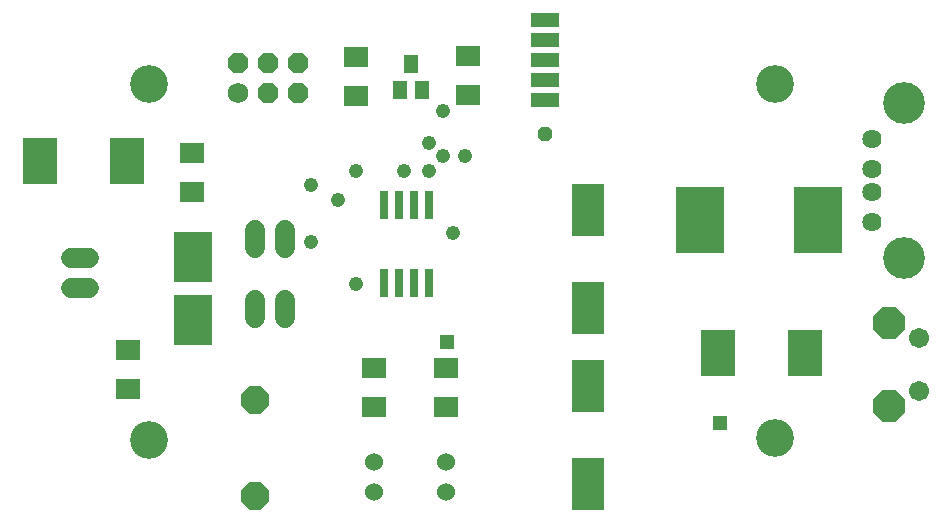
<source format=gts>
G75*
G70*
%OFA0B0*%
%FSLAX24Y24*%
%IPPOS*%
%LPD*%
%AMOC8*
5,1,8,0,0,1.08239X$1,22.5*
%
%ADD10C,0.1261*%
%ADD11R,0.0316X0.0980*%
%ADD12R,0.0930X0.0500*%
%ADD13R,0.1180X0.1580*%
%ADD14C,0.0600*%
%ADD15R,0.0789X0.0710*%
%ADD16R,0.0474X0.0631*%
%ADD17C,0.0680*%
%ADD18OC8,0.0680*%
%ADD19C,0.0680*%
%ADD20C,0.0640*%
%ADD21C,0.1390*%
%ADD22R,0.1596X0.2245*%
%ADD23R,0.1064X0.1773*%
%ADD24C,0.0671*%
%ADD25OC8,0.1064*%
%ADD26OC8,0.0930*%
%ADD27R,0.1261X0.1655*%
%ADD28C,0.0476*%
%ADD29OC8,0.0476*%
%ADD30R,0.0476X0.0476*%
D10*
X004806Y003987D03*
X004806Y015848D03*
X025691Y015848D03*
X025691Y004037D03*
D11*
X014154Y009212D03*
X013654Y009212D03*
X013154Y009212D03*
X012654Y009212D03*
X012654Y011834D03*
X013154Y011834D03*
X013654Y011834D03*
X014154Y011834D03*
D12*
X018020Y015310D03*
X018020Y015980D03*
X018020Y016650D03*
X018020Y017320D03*
X018020Y017990D03*
D13*
X004090Y013280D03*
X001190Y013280D03*
X023782Y006876D03*
X026682Y006876D03*
D14*
X014700Y003250D03*
X014700Y002250D03*
X012300Y002250D03*
X012300Y003250D03*
D15*
X012300Y005099D03*
X012300Y006401D03*
X014700Y006401D03*
X014700Y005099D03*
X004100Y005699D03*
X004100Y007001D03*
X006250Y012249D03*
X006250Y013551D03*
X011700Y015449D03*
X011700Y016751D03*
X015453Y016801D03*
X015453Y015499D03*
D16*
X013918Y015667D03*
X013170Y015667D03*
X013544Y016533D03*
D17*
X007785Y015550D03*
D18*
X008785Y015550D03*
X009785Y015550D03*
X009785Y016550D03*
X008785Y016550D03*
X007785Y016550D03*
D19*
X008350Y010988D02*
X008350Y010388D01*
X009350Y010388D02*
X009350Y010988D01*
X009350Y008650D02*
X009350Y008050D01*
X008350Y008050D02*
X008350Y008650D01*
X002800Y009050D02*
X002200Y009050D01*
X002200Y010050D02*
X002800Y010050D01*
D20*
X028924Y011262D03*
X028924Y012242D03*
X028924Y013032D03*
X028924Y014012D03*
D21*
X029994Y015222D03*
X029994Y010052D03*
D22*
X027097Y011312D03*
X023180Y011312D03*
D23*
X019450Y011653D03*
X019450Y008385D03*
X019450Y005797D03*
X019450Y002530D03*
D24*
X030476Y005615D03*
X030476Y007387D03*
D25*
X029492Y007879D03*
X029492Y005123D03*
D26*
X008350Y005334D03*
X008350Y002105D03*
D27*
X006281Y007995D03*
X006281Y010081D03*
D28*
X010200Y010600D03*
X011100Y012000D03*
X010200Y012500D03*
X011700Y012950D03*
X013300Y012950D03*
X014150Y012950D03*
X014600Y013450D03*
X014150Y013900D03*
X015350Y013450D03*
X014600Y014950D03*
X014950Y010900D03*
X011700Y009200D03*
D29*
X018000Y014200D03*
D30*
X014750Y007250D03*
X023850Y004550D03*
M02*

</source>
